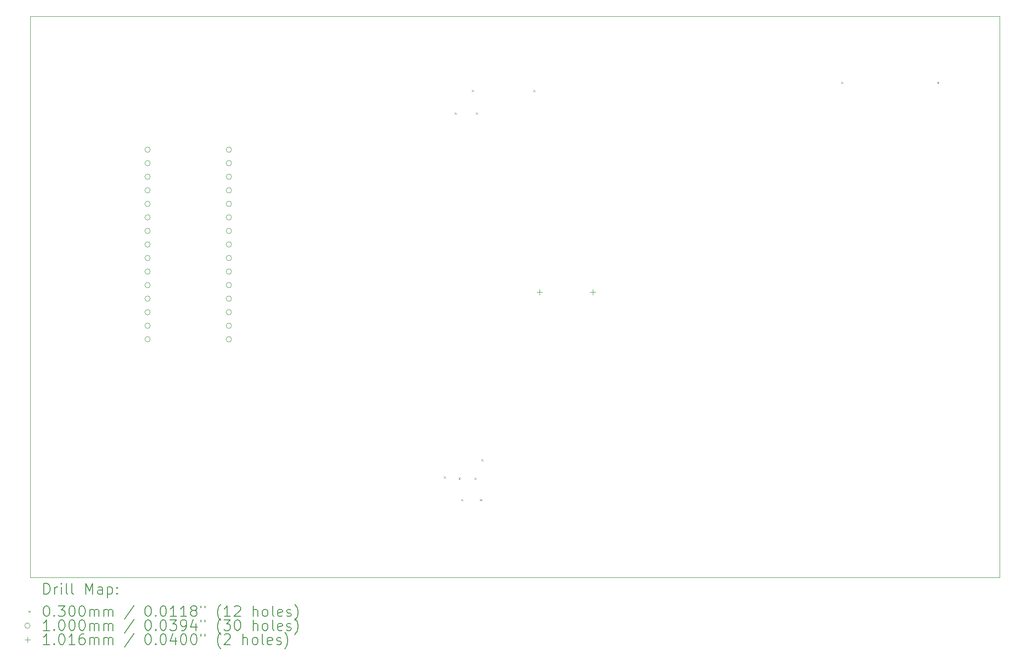
<source format=gbr>
%TF.GenerationSoftware,KiCad,Pcbnew,9.0.0*%
%TF.CreationDate,2025-04-05T21:22:51+05:30*%
%TF.ProjectId,Power Monitor System,506f7765-7220-44d6-9f6e-69746f722053,rev?*%
%TF.SameCoordinates,Original*%
%TF.FileFunction,Drillmap*%
%TF.FilePolarity,Positive*%
%FSLAX45Y45*%
G04 Gerber Fmt 4.5, Leading zero omitted, Abs format (unit mm)*
G04 Created by KiCad (PCBNEW 9.0.0) date 2025-04-05 21:22:51*
%MOMM*%
%LPD*%
G01*
G04 APERTURE LIST*
%ADD10C,0.050000*%
%ADD11C,0.200000*%
%ADD12C,0.100000*%
%ADD13C,0.101600*%
G04 APERTURE END LIST*
D10*
X5925000Y-4250000D02*
X24100000Y-4250000D01*
X24100000Y-14775000D01*
X5925000Y-14775000D01*
X5925000Y-4250000D01*
D11*
D12*
X13685000Y-12885000D02*
X13715000Y-12915000D01*
X13715000Y-12885000D02*
X13685000Y-12915000D01*
X13885000Y-6060000D02*
X13915000Y-6090000D01*
X13915000Y-6060000D02*
X13885000Y-6090000D01*
X13960000Y-12910000D02*
X13990000Y-12940000D01*
X13990000Y-12910000D02*
X13960000Y-12940000D01*
X14010000Y-13310000D02*
X14040000Y-13340000D01*
X14040000Y-13310000D02*
X14010000Y-13340000D01*
X14210000Y-5635000D02*
X14240000Y-5665000D01*
X14240000Y-5635000D02*
X14210000Y-5665000D01*
X14260000Y-12910000D02*
X14290000Y-12940000D01*
X14290000Y-12910000D02*
X14260000Y-12940000D01*
X14285000Y-6060000D02*
X14315000Y-6090000D01*
X14315000Y-6060000D02*
X14285000Y-6090000D01*
X14360000Y-13310000D02*
X14390000Y-13340000D01*
X14390000Y-13310000D02*
X14360000Y-13340000D01*
X14385000Y-12560000D02*
X14415000Y-12590000D01*
X14415000Y-12560000D02*
X14385000Y-12590000D01*
X15360000Y-5635000D02*
X15390000Y-5665000D01*
X15390000Y-5635000D02*
X15360000Y-5665000D01*
X21135000Y-5485000D02*
X21165000Y-5515000D01*
X21165000Y-5485000D02*
X21135000Y-5515000D01*
X22935000Y-5485000D02*
X22965000Y-5515000D01*
X22965000Y-5485000D02*
X22935000Y-5515000D01*
X8176000Y-6755000D02*
G75*
G02*
X8076000Y-6755000I-50000J0D01*
G01*
X8076000Y-6755000D02*
G75*
G02*
X8176000Y-6755000I50000J0D01*
G01*
X8176000Y-7009000D02*
G75*
G02*
X8076000Y-7009000I-50000J0D01*
G01*
X8076000Y-7009000D02*
G75*
G02*
X8176000Y-7009000I50000J0D01*
G01*
X8176000Y-7263000D02*
G75*
G02*
X8076000Y-7263000I-50000J0D01*
G01*
X8076000Y-7263000D02*
G75*
G02*
X8176000Y-7263000I50000J0D01*
G01*
X8176000Y-7517000D02*
G75*
G02*
X8076000Y-7517000I-50000J0D01*
G01*
X8076000Y-7517000D02*
G75*
G02*
X8176000Y-7517000I50000J0D01*
G01*
X8176000Y-7771000D02*
G75*
G02*
X8076000Y-7771000I-50000J0D01*
G01*
X8076000Y-7771000D02*
G75*
G02*
X8176000Y-7771000I50000J0D01*
G01*
X8176000Y-8025000D02*
G75*
G02*
X8076000Y-8025000I-50000J0D01*
G01*
X8076000Y-8025000D02*
G75*
G02*
X8176000Y-8025000I50000J0D01*
G01*
X8176000Y-8279000D02*
G75*
G02*
X8076000Y-8279000I-50000J0D01*
G01*
X8076000Y-8279000D02*
G75*
G02*
X8176000Y-8279000I50000J0D01*
G01*
X8176000Y-8533000D02*
G75*
G02*
X8076000Y-8533000I-50000J0D01*
G01*
X8076000Y-8533000D02*
G75*
G02*
X8176000Y-8533000I50000J0D01*
G01*
X8176000Y-8787000D02*
G75*
G02*
X8076000Y-8787000I-50000J0D01*
G01*
X8076000Y-8787000D02*
G75*
G02*
X8176000Y-8787000I50000J0D01*
G01*
X8176000Y-9041000D02*
G75*
G02*
X8076000Y-9041000I-50000J0D01*
G01*
X8076000Y-9041000D02*
G75*
G02*
X8176000Y-9041000I50000J0D01*
G01*
X8176000Y-9295000D02*
G75*
G02*
X8076000Y-9295000I-50000J0D01*
G01*
X8076000Y-9295000D02*
G75*
G02*
X8176000Y-9295000I50000J0D01*
G01*
X8176000Y-9549000D02*
G75*
G02*
X8076000Y-9549000I-50000J0D01*
G01*
X8076000Y-9549000D02*
G75*
G02*
X8176000Y-9549000I50000J0D01*
G01*
X8176000Y-9803000D02*
G75*
G02*
X8076000Y-9803000I-50000J0D01*
G01*
X8076000Y-9803000D02*
G75*
G02*
X8176000Y-9803000I50000J0D01*
G01*
X8176000Y-10057000D02*
G75*
G02*
X8076000Y-10057000I-50000J0D01*
G01*
X8076000Y-10057000D02*
G75*
G02*
X8176000Y-10057000I50000J0D01*
G01*
X8176000Y-10311000D02*
G75*
G02*
X8076000Y-10311000I-50000J0D01*
G01*
X8076000Y-10311000D02*
G75*
G02*
X8176000Y-10311000I50000J0D01*
G01*
X9700000Y-6755000D02*
G75*
G02*
X9600000Y-6755000I-50000J0D01*
G01*
X9600000Y-6755000D02*
G75*
G02*
X9700000Y-6755000I50000J0D01*
G01*
X9700000Y-7009000D02*
G75*
G02*
X9600000Y-7009000I-50000J0D01*
G01*
X9600000Y-7009000D02*
G75*
G02*
X9700000Y-7009000I50000J0D01*
G01*
X9700000Y-7263000D02*
G75*
G02*
X9600000Y-7263000I-50000J0D01*
G01*
X9600000Y-7263000D02*
G75*
G02*
X9700000Y-7263000I50000J0D01*
G01*
X9700000Y-7517000D02*
G75*
G02*
X9600000Y-7517000I-50000J0D01*
G01*
X9600000Y-7517000D02*
G75*
G02*
X9700000Y-7517000I50000J0D01*
G01*
X9700000Y-7771000D02*
G75*
G02*
X9600000Y-7771000I-50000J0D01*
G01*
X9600000Y-7771000D02*
G75*
G02*
X9700000Y-7771000I50000J0D01*
G01*
X9700000Y-8025000D02*
G75*
G02*
X9600000Y-8025000I-50000J0D01*
G01*
X9600000Y-8025000D02*
G75*
G02*
X9700000Y-8025000I50000J0D01*
G01*
X9700000Y-8279000D02*
G75*
G02*
X9600000Y-8279000I-50000J0D01*
G01*
X9600000Y-8279000D02*
G75*
G02*
X9700000Y-8279000I50000J0D01*
G01*
X9700000Y-8533000D02*
G75*
G02*
X9600000Y-8533000I-50000J0D01*
G01*
X9600000Y-8533000D02*
G75*
G02*
X9700000Y-8533000I50000J0D01*
G01*
X9700000Y-8787000D02*
G75*
G02*
X9600000Y-8787000I-50000J0D01*
G01*
X9600000Y-8787000D02*
G75*
G02*
X9700000Y-8787000I50000J0D01*
G01*
X9700000Y-9041000D02*
G75*
G02*
X9600000Y-9041000I-50000J0D01*
G01*
X9600000Y-9041000D02*
G75*
G02*
X9700000Y-9041000I50000J0D01*
G01*
X9700000Y-9295000D02*
G75*
G02*
X9600000Y-9295000I-50000J0D01*
G01*
X9600000Y-9295000D02*
G75*
G02*
X9700000Y-9295000I50000J0D01*
G01*
X9700000Y-9549000D02*
G75*
G02*
X9600000Y-9549000I-50000J0D01*
G01*
X9600000Y-9549000D02*
G75*
G02*
X9700000Y-9549000I50000J0D01*
G01*
X9700000Y-9803000D02*
G75*
G02*
X9600000Y-9803000I-50000J0D01*
G01*
X9600000Y-9803000D02*
G75*
G02*
X9700000Y-9803000I50000J0D01*
G01*
X9700000Y-10057000D02*
G75*
G02*
X9600000Y-10057000I-50000J0D01*
G01*
X9600000Y-10057000D02*
G75*
G02*
X9700000Y-10057000I50000J0D01*
G01*
X9700000Y-10311000D02*
G75*
G02*
X9600000Y-10311000I-50000J0D01*
G01*
X9600000Y-10311000D02*
G75*
G02*
X9700000Y-10311000I50000J0D01*
G01*
D13*
X15476780Y-9374200D02*
X15476780Y-9475800D01*
X15425980Y-9425000D02*
X15527580Y-9425000D01*
X16475000Y-9374200D02*
X16475000Y-9475800D01*
X16424200Y-9425000D02*
X16525800Y-9425000D01*
D11*
X6183277Y-15088984D02*
X6183277Y-14888984D01*
X6183277Y-14888984D02*
X6230896Y-14888984D01*
X6230896Y-14888984D02*
X6259467Y-14898508D01*
X6259467Y-14898508D02*
X6278515Y-14917555D01*
X6278515Y-14917555D02*
X6288039Y-14936603D01*
X6288039Y-14936603D02*
X6297562Y-14974698D01*
X6297562Y-14974698D02*
X6297562Y-15003269D01*
X6297562Y-15003269D02*
X6288039Y-15041365D01*
X6288039Y-15041365D02*
X6278515Y-15060412D01*
X6278515Y-15060412D02*
X6259467Y-15079460D01*
X6259467Y-15079460D02*
X6230896Y-15088984D01*
X6230896Y-15088984D02*
X6183277Y-15088984D01*
X6383277Y-15088984D02*
X6383277Y-14955650D01*
X6383277Y-14993746D02*
X6392801Y-14974698D01*
X6392801Y-14974698D02*
X6402324Y-14965174D01*
X6402324Y-14965174D02*
X6421372Y-14955650D01*
X6421372Y-14955650D02*
X6440420Y-14955650D01*
X6507086Y-15088984D02*
X6507086Y-14955650D01*
X6507086Y-14888984D02*
X6497562Y-14898508D01*
X6497562Y-14898508D02*
X6507086Y-14908031D01*
X6507086Y-14908031D02*
X6516610Y-14898508D01*
X6516610Y-14898508D02*
X6507086Y-14888984D01*
X6507086Y-14888984D02*
X6507086Y-14908031D01*
X6630896Y-15088984D02*
X6611848Y-15079460D01*
X6611848Y-15079460D02*
X6602324Y-15060412D01*
X6602324Y-15060412D02*
X6602324Y-14888984D01*
X6735658Y-15088984D02*
X6716610Y-15079460D01*
X6716610Y-15079460D02*
X6707086Y-15060412D01*
X6707086Y-15060412D02*
X6707086Y-14888984D01*
X6964229Y-15088984D02*
X6964229Y-14888984D01*
X6964229Y-14888984D02*
X7030896Y-15031841D01*
X7030896Y-15031841D02*
X7097562Y-14888984D01*
X7097562Y-14888984D02*
X7097562Y-15088984D01*
X7278515Y-15088984D02*
X7278515Y-14984222D01*
X7278515Y-14984222D02*
X7268991Y-14965174D01*
X7268991Y-14965174D02*
X7249943Y-14955650D01*
X7249943Y-14955650D02*
X7211848Y-14955650D01*
X7211848Y-14955650D02*
X7192801Y-14965174D01*
X7278515Y-15079460D02*
X7259467Y-15088984D01*
X7259467Y-15088984D02*
X7211848Y-15088984D01*
X7211848Y-15088984D02*
X7192801Y-15079460D01*
X7192801Y-15079460D02*
X7183277Y-15060412D01*
X7183277Y-15060412D02*
X7183277Y-15041365D01*
X7183277Y-15041365D02*
X7192801Y-15022317D01*
X7192801Y-15022317D02*
X7211848Y-15012793D01*
X7211848Y-15012793D02*
X7259467Y-15012793D01*
X7259467Y-15012793D02*
X7278515Y-15003269D01*
X7373753Y-14955650D02*
X7373753Y-15155650D01*
X7373753Y-14965174D02*
X7392801Y-14955650D01*
X7392801Y-14955650D02*
X7430896Y-14955650D01*
X7430896Y-14955650D02*
X7449943Y-14965174D01*
X7449943Y-14965174D02*
X7459467Y-14974698D01*
X7459467Y-14974698D02*
X7468991Y-14993746D01*
X7468991Y-14993746D02*
X7468991Y-15050888D01*
X7468991Y-15050888D02*
X7459467Y-15069936D01*
X7459467Y-15069936D02*
X7449943Y-15079460D01*
X7449943Y-15079460D02*
X7430896Y-15088984D01*
X7430896Y-15088984D02*
X7392801Y-15088984D01*
X7392801Y-15088984D02*
X7373753Y-15079460D01*
X7554705Y-15069936D02*
X7564229Y-15079460D01*
X7564229Y-15079460D02*
X7554705Y-15088984D01*
X7554705Y-15088984D02*
X7545182Y-15079460D01*
X7545182Y-15079460D02*
X7554705Y-15069936D01*
X7554705Y-15069936D02*
X7554705Y-15088984D01*
X7554705Y-14965174D02*
X7564229Y-14974698D01*
X7564229Y-14974698D02*
X7554705Y-14984222D01*
X7554705Y-14984222D02*
X7545182Y-14974698D01*
X7545182Y-14974698D02*
X7554705Y-14965174D01*
X7554705Y-14965174D02*
X7554705Y-14984222D01*
D12*
X5892500Y-15402500D02*
X5922500Y-15432500D01*
X5922500Y-15402500D02*
X5892500Y-15432500D01*
D11*
X6221372Y-15308984D02*
X6240420Y-15308984D01*
X6240420Y-15308984D02*
X6259467Y-15318508D01*
X6259467Y-15318508D02*
X6268991Y-15328031D01*
X6268991Y-15328031D02*
X6278515Y-15347079D01*
X6278515Y-15347079D02*
X6288039Y-15385174D01*
X6288039Y-15385174D02*
X6288039Y-15432793D01*
X6288039Y-15432793D02*
X6278515Y-15470888D01*
X6278515Y-15470888D02*
X6268991Y-15489936D01*
X6268991Y-15489936D02*
X6259467Y-15499460D01*
X6259467Y-15499460D02*
X6240420Y-15508984D01*
X6240420Y-15508984D02*
X6221372Y-15508984D01*
X6221372Y-15508984D02*
X6202324Y-15499460D01*
X6202324Y-15499460D02*
X6192801Y-15489936D01*
X6192801Y-15489936D02*
X6183277Y-15470888D01*
X6183277Y-15470888D02*
X6173753Y-15432793D01*
X6173753Y-15432793D02*
X6173753Y-15385174D01*
X6173753Y-15385174D02*
X6183277Y-15347079D01*
X6183277Y-15347079D02*
X6192801Y-15328031D01*
X6192801Y-15328031D02*
X6202324Y-15318508D01*
X6202324Y-15318508D02*
X6221372Y-15308984D01*
X6373753Y-15489936D02*
X6383277Y-15499460D01*
X6383277Y-15499460D02*
X6373753Y-15508984D01*
X6373753Y-15508984D02*
X6364229Y-15499460D01*
X6364229Y-15499460D02*
X6373753Y-15489936D01*
X6373753Y-15489936D02*
X6373753Y-15508984D01*
X6449943Y-15308984D02*
X6573753Y-15308984D01*
X6573753Y-15308984D02*
X6507086Y-15385174D01*
X6507086Y-15385174D02*
X6535658Y-15385174D01*
X6535658Y-15385174D02*
X6554705Y-15394698D01*
X6554705Y-15394698D02*
X6564229Y-15404222D01*
X6564229Y-15404222D02*
X6573753Y-15423269D01*
X6573753Y-15423269D02*
X6573753Y-15470888D01*
X6573753Y-15470888D02*
X6564229Y-15489936D01*
X6564229Y-15489936D02*
X6554705Y-15499460D01*
X6554705Y-15499460D02*
X6535658Y-15508984D01*
X6535658Y-15508984D02*
X6478515Y-15508984D01*
X6478515Y-15508984D02*
X6459467Y-15499460D01*
X6459467Y-15499460D02*
X6449943Y-15489936D01*
X6697562Y-15308984D02*
X6716610Y-15308984D01*
X6716610Y-15308984D02*
X6735658Y-15318508D01*
X6735658Y-15318508D02*
X6745182Y-15328031D01*
X6745182Y-15328031D02*
X6754705Y-15347079D01*
X6754705Y-15347079D02*
X6764229Y-15385174D01*
X6764229Y-15385174D02*
X6764229Y-15432793D01*
X6764229Y-15432793D02*
X6754705Y-15470888D01*
X6754705Y-15470888D02*
X6745182Y-15489936D01*
X6745182Y-15489936D02*
X6735658Y-15499460D01*
X6735658Y-15499460D02*
X6716610Y-15508984D01*
X6716610Y-15508984D02*
X6697562Y-15508984D01*
X6697562Y-15508984D02*
X6678515Y-15499460D01*
X6678515Y-15499460D02*
X6668991Y-15489936D01*
X6668991Y-15489936D02*
X6659467Y-15470888D01*
X6659467Y-15470888D02*
X6649943Y-15432793D01*
X6649943Y-15432793D02*
X6649943Y-15385174D01*
X6649943Y-15385174D02*
X6659467Y-15347079D01*
X6659467Y-15347079D02*
X6668991Y-15328031D01*
X6668991Y-15328031D02*
X6678515Y-15318508D01*
X6678515Y-15318508D02*
X6697562Y-15308984D01*
X6888039Y-15308984D02*
X6907086Y-15308984D01*
X6907086Y-15308984D02*
X6926134Y-15318508D01*
X6926134Y-15318508D02*
X6935658Y-15328031D01*
X6935658Y-15328031D02*
X6945182Y-15347079D01*
X6945182Y-15347079D02*
X6954705Y-15385174D01*
X6954705Y-15385174D02*
X6954705Y-15432793D01*
X6954705Y-15432793D02*
X6945182Y-15470888D01*
X6945182Y-15470888D02*
X6935658Y-15489936D01*
X6935658Y-15489936D02*
X6926134Y-15499460D01*
X6926134Y-15499460D02*
X6907086Y-15508984D01*
X6907086Y-15508984D02*
X6888039Y-15508984D01*
X6888039Y-15508984D02*
X6868991Y-15499460D01*
X6868991Y-15499460D02*
X6859467Y-15489936D01*
X6859467Y-15489936D02*
X6849943Y-15470888D01*
X6849943Y-15470888D02*
X6840420Y-15432793D01*
X6840420Y-15432793D02*
X6840420Y-15385174D01*
X6840420Y-15385174D02*
X6849943Y-15347079D01*
X6849943Y-15347079D02*
X6859467Y-15328031D01*
X6859467Y-15328031D02*
X6868991Y-15318508D01*
X6868991Y-15318508D02*
X6888039Y-15308984D01*
X7040420Y-15508984D02*
X7040420Y-15375650D01*
X7040420Y-15394698D02*
X7049943Y-15385174D01*
X7049943Y-15385174D02*
X7068991Y-15375650D01*
X7068991Y-15375650D02*
X7097563Y-15375650D01*
X7097563Y-15375650D02*
X7116610Y-15385174D01*
X7116610Y-15385174D02*
X7126134Y-15404222D01*
X7126134Y-15404222D02*
X7126134Y-15508984D01*
X7126134Y-15404222D02*
X7135658Y-15385174D01*
X7135658Y-15385174D02*
X7154705Y-15375650D01*
X7154705Y-15375650D02*
X7183277Y-15375650D01*
X7183277Y-15375650D02*
X7202324Y-15385174D01*
X7202324Y-15385174D02*
X7211848Y-15404222D01*
X7211848Y-15404222D02*
X7211848Y-15508984D01*
X7307086Y-15508984D02*
X7307086Y-15375650D01*
X7307086Y-15394698D02*
X7316610Y-15385174D01*
X7316610Y-15385174D02*
X7335658Y-15375650D01*
X7335658Y-15375650D02*
X7364229Y-15375650D01*
X7364229Y-15375650D02*
X7383277Y-15385174D01*
X7383277Y-15385174D02*
X7392801Y-15404222D01*
X7392801Y-15404222D02*
X7392801Y-15508984D01*
X7392801Y-15404222D02*
X7402324Y-15385174D01*
X7402324Y-15385174D02*
X7421372Y-15375650D01*
X7421372Y-15375650D02*
X7449943Y-15375650D01*
X7449943Y-15375650D02*
X7468991Y-15385174D01*
X7468991Y-15385174D02*
X7478515Y-15404222D01*
X7478515Y-15404222D02*
X7478515Y-15508984D01*
X7868991Y-15299460D02*
X7697563Y-15556603D01*
X8126134Y-15308984D02*
X8145182Y-15308984D01*
X8145182Y-15308984D02*
X8164229Y-15318508D01*
X8164229Y-15318508D02*
X8173753Y-15328031D01*
X8173753Y-15328031D02*
X8183277Y-15347079D01*
X8183277Y-15347079D02*
X8192801Y-15385174D01*
X8192801Y-15385174D02*
X8192801Y-15432793D01*
X8192801Y-15432793D02*
X8183277Y-15470888D01*
X8183277Y-15470888D02*
X8173753Y-15489936D01*
X8173753Y-15489936D02*
X8164229Y-15499460D01*
X8164229Y-15499460D02*
X8145182Y-15508984D01*
X8145182Y-15508984D02*
X8126134Y-15508984D01*
X8126134Y-15508984D02*
X8107086Y-15499460D01*
X8107086Y-15499460D02*
X8097563Y-15489936D01*
X8097563Y-15489936D02*
X8088039Y-15470888D01*
X8088039Y-15470888D02*
X8078515Y-15432793D01*
X8078515Y-15432793D02*
X8078515Y-15385174D01*
X8078515Y-15385174D02*
X8088039Y-15347079D01*
X8088039Y-15347079D02*
X8097563Y-15328031D01*
X8097563Y-15328031D02*
X8107086Y-15318508D01*
X8107086Y-15318508D02*
X8126134Y-15308984D01*
X8278515Y-15489936D02*
X8288039Y-15499460D01*
X8288039Y-15499460D02*
X8278515Y-15508984D01*
X8278515Y-15508984D02*
X8268991Y-15499460D01*
X8268991Y-15499460D02*
X8278515Y-15489936D01*
X8278515Y-15489936D02*
X8278515Y-15508984D01*
X8411848Y-15308984D02*
X8430896Y-15308984D01*
X8430896Y-15308984D02*
X8449944Y-15318508D01*
X8449944Y-15318508D02*
X8459468Y-15328031D01*
X8459468Y-15328031D02*
X8468991Y-15347079D01*
X8468991Y-15347079D02*
X8478515Y-15385174D01*
X8478515Y-15385174D02*
X8478515Y-15432793D01*
X8478515Y-15432793D02*
X8468991Y-15470888D01*
X8468991Y-15470888D02*
X8459468Y-15489936D01*
X8459468Y-15489936D02*
X8449944Y-15499460D01*
X8449944Y-15499460D02*
X8430896Y-15508984D01*
X8430896Y-15508984D02*
X8411848Y-15508984D01*
X8411848Y-15508984D02*
X8392801Y-15499460D01*
X8392801Y-15499460D02*
X8383277Y-15489936D01*
X8383277Y-15489936D02*
X8373753Y-15470888D01*
X8373753Y-15470888D02*
X8364229Y-15432793D01*
X8364229Y-15432793D02*
X8364229Y-15385174D01*
X8364229Y-15385174D02*
X8373753Y-15347079D01*
X8373753Y-15347079D02*
X8383277Y-15328031D01*
X8383277Y-15328031D02*
X8392801Y-15318508D01*
X8392801Y-15318508D02*
X8411848Y-15308984D01*
X8668991Y-15508984D02*
X8554706Y-15508984D01*
X8611848Y-15508984D02*
X8611848Y-15308984D01*
X8611848Y-15308984D02*
X8592801Y-15337555D01*
X8592801Y-15337555D02*
X8573753Y-15356603D01*
X8573753Y-15356603D02*
X8554706Y-15366127D01*
X8859468Y-15508984D02*
X8745182Y-15508984D01*
X8802325Y-15508984D02*
X8802325Y-15308984D01*
X8802325Y-15308984D02*
X8783277Y-15337555D01*
X8783277Y-15337555D02*
X8764229Y-15356603D01*
X8764229Y-15356603D02*
X8745182Y-15366127D01*
X8973753Y-15394698D02*
X8954706Y-15385174D01*
X8954706Y-15385174D02*
X8945182Y-15375650D01*
X8945182Y-15375650D02*
X8935658Y-15356603D01*
X8935658Y-15356603D02*
X8935658Y-15347079D01*
X8935658Y-15347079D02*
X8945182Y-15328031D01*
X8945182Y-15328031D02*
X8954706Y-15318508D01*
X8954706Y-15318508D02*
X8973753Y-15308984D01*
X8973753Y-15308984D02*
X9011849Y-15308984D01*
X9011849Y-15308984D02*
X9030896Y-15318508D01*
X9030896Y-15318508D02*
X9040420Y-15328031D01*
X9040420Y-15328031D02*
X9049944Y-15347079D01*
X9049944Y-15347079D02*
X9049944Y-15356603D01*
X9049944Y-15356603D02*
X9040420Y-15375650D01*
X9040420Y-15375650D02*
X9030896Y-15385174D01*
X9030896Y-15385174D02*
X9011849Y-15394698D01*
X9011849Y-15394698D02*
X8973753Y-15394698D01*
X8973753Y-15394698D02*
X8954706Y-15404222D01*
X8954706Y-15404222D02*
X8945182Y-15413746D01*
X8945182Y-15413746D02*
X8935658Y-15432793D01*
X8935658Y-15432793D02*
X8935658Y-15470888D01*
X8935658Y-15470888D02*
X8945182Y-15489936D01*
X8945182Y-15489936D02*
X8954706Y-15499460D01*
X8954706Y-15499460D02*
X8973753Y-15508984D01*
X8973753Y-15508984D02*
X9011849Y-15508984D01*
X9011849Y-15508984D02*
X9030896Y-15499460D01*
X9030896Y-15499460D02*
X9040420Y-15489936D01*
X9040420Y-15489936D02*
X9049944Y-15470888D01*
X9049944Y-15470888D02*
X9049944Y-15432793D01*
X9049944Y-15432793D02*
X9040420Y-15413746D01*
X9040420Y-15413746D02*
X9030896Y-15404222D01*
X9030896Y-15404222D02*
X9011849Y-15394698D01*
X9126134Y-15308984D02*
X9126134Y-15347079D01*
X9202325Y-15308984D02*
X9202325Y-15347079D01*
X9497563Y-15585174D02*
X9488039Y-15575650D01*
X9488039Y-15575650D02*
X9468991Y-15547079D01*
X9468991Y-15547079D02*
X9459468Y-15528031D01*
X9459468Y-15528031D02*
X9449944Y-15499460D01*
X9449944Y-15499460D02*
X9440420Y-15451841D01*
X9440420Y-15451841D02*
X9440420Y-15413746D01*
X9440420Y-15413746D02*
X9449944Y-15366127D01*
X9449944Y-15366127D02*
X9459468Y-15337555D01*
X9459468Y-15337555D02*
X9468991Y-15318508D01*
X9468991Y-15318508D02*
X9488039Y-15289936D01*
X9488039Y-15289936D02*
X9497563Y-15280412D01*
X9678515Y-15508984D02*
X9564230Y-15508984D01*
X9621372Y-15508984D02*
X9621372Y-15308984D01*
X9621372Y-15308984D02*
X9602325Y-15337555D01*
X9602325Y-15337555D02*
X9583277Y-15356603D01*
X9583277Y-15356603D02*
X9564230Y-15366127D01*
X9754706Y-15328031D02*
X9764230Y-15318508D01*
X9764230Y-15318508D02*
X9783277Y-15308984D01*
X9783277Y-15308984D02*
X9830896Y-15308984D01*
X9830896Y-15308984D02*
X9849944Y-15318508D01*
X9849944Y-15318508D02*
X9859468Y-15328031D01*
X9859468Y-15328031D02*
X9868991Y-15347079D01*
X9868991Y-15347079D02*
X9868991Y-15366127D01*
X9868991Y-15366127D02*
X9859468Y-15394698D01*
X9859468Y-15394698D02*
X9745182Y-15508984D01*
X9745182Y-15508984D02*
X9868991Y-15508984D01*
X10107087Y-15508984D02*
X10107087Y-15308984D01*
X10192801Y-15508984D02*
X10192801Y-15404222D01*
X10192801Y-15404222D02*
X10183277Y-15385174D01*
X10183277Y-15385174D02*
X10164230Y-15375650D01*
X10164230Y-15375650D02*
X10135658Y-15375650D01*
X10135658Y-15375650D02*
X10116611Y-15385174D01*
X10116611Y-15385174D02*
X10107087Y-15394698D01*
X10316611Y-15508984D02*
X10297563Y-15499460D01*
X10297563Y-15499460D02*
X10288039Y-15489936D01*
X10288039Y-15489936D02*
X10278515Y-15470888D01*
X10278515Y-15470888D02*
X10278515Y-15413746D01*
X10278515Y-15413746D02*
X10288039Y-15394698D01*
X10288039Y-15394698D02*
X10297563Y-15385174D01*
X10297563Y-15385174D02*
X10316611Y-15375650D01*
X10316611Y-15375650D02*
X10345182Y-15375650D01*
X10345182Y-15375650D02*
X10364230Y-15385174D01*
X10364230Y-15385174D02*
X10373753Y-15394698D01*
X10373753Y-15394698D02*
X10383277Y-15413746D01*
X10383277Y-15413746D02*
X10383277Y-15470888D01*
X10383277Y-15470888D02*
X10373753Y-15489936D01*
X10373753Y-15489936D02*
X10364230Y-15499460D01*
X10364230Y-15499460D02*
X10345182Y-15508984D01*
X10345182Y-15508984D02*
X10316611Y-15508984D01*
X10497563Y-15508984D02*
X10478515Y-15499460D01*
X10478515Y-15499460D02*
X10468992Y-15480412D01*
X10468992Y-15480412D02*
X10468992Y-15308984D01*
X10649944Y-15499460D02*
X10630896Y-15508984D01*
X10630896Y-15508984D02*
X10592801Y-15508984D01*
X10592801Y-15508984D02*
X10573753Y-15499460D01*
X10573753Y-15499460D02*
X10564230Y-15480412D01*
X10564230Y-15480412D02*
X10564230Y-15404222D01*
X10564230Y-15404222D02*
X10573753Y-15385174D01*
X10573753Y-15385174D02*
X10592801Y-15375650D01*
X10592801Y-15375650D02*
X10630896Y-15375650D01*
X10630896Y-15375650D02*
X10649944Y-15385174D01*
X10649944Y-15385174D02*
X10659468Y-15404222D01*
X10659468Y-15404222D02*
X10659468Y-15423269D01*
X10659468Y-15423269D02*
X10564230Y-15442317D01*
X10735658Y-15499460D02*
X10754706Y-15508984D01*
X10754706Y-15508984D02*
X10792801Y-15508984D01*
X10792801Y-15508984D02*
X10811849Y-15499460D01*
X10811849Y-15499460D02*
X10821373Y-15480412D01*
X10821373Y-15480412D02*
X10821373Y-15470888D01*
X10821373Y-15470888D02*
X10811849Y-15451841D01*
X10811849Y-15451841D02*
X10792801Y-15442317D01*
X10792801Y-15442317D02*
X10764230Y-15442317D01*
X10764230Y-15442317D02*
X10745182Y-15432793D01*
X10745182Y-15432793D02*
X10735658Y-15413746D01*
X10735658Y-15413746D02*
X10735658Y-15404222D01*
X10735658Y-15404222D02*
X10745182Y-15385174D01*
X10745182Y-15385174D02*
X10764230Y-15375650D01*
X10764230Y-15375650D02*
X10792801Y-15375650D01*
X10792801Y-15375650D02*
X10811849Y-15385174D01*
X10888039Y-15585174D02*
X10897563Y-15575650D01*
X10897563Y-15575650D02*
X10916611Y-15547079D01*
X10916611Y-15547079D02*
X10926134Y-15528031D01*
X10926134Y-15528031D02*
X10935658Y-15499460D01*
X10935658Y-15499460D02*
X10945182Y-15451841D01*
X10945182Y-15451841D02*
X10945182Y-15413746D01*
X10945182Y-15413746D02*
X10935658Y-15366127D01*
X10935658Y-15366127D02*
X10926134Y-15337555D01*
X10926134Y-15337555D02*
X10916611Y-15318508D01*
X10916611Y-15318508D02*
X10897563Y-15289936D01*
X10897563Y-15289936D02*
X10888039Y-15280412D01*
D12*
X5922500Y-15681500D02*
G75*
G02*
X5822500Y-15681500I-50000J0D01*
G01*
X5822500Y-15681500D02*
G75*
G02*
X5922500Y-15681500I50000J0D01*
G01*
D11*
X6288039Y-15772984D02*
X6173753Y-15772984D01*
X6230896Y-15772984D02*
X6230896Y-15572984D01*
X6230896Y-15572984D02*
X6211848Y-15601555D01*
X6211848Y-15601555D02*
X6192801Y-15620603D01*
X6192801Y-15620603D02*
X6173753Y-15630127D01*
X6373753Y-15753936D02*
X6383277Y-15763460D01*
X6383277Y-15763460D02*
X6373753Y-15772984D01*
X6373753Y-15772984D02*
X6364229Y-15763460D01*
X6364229Y-15763460D02*
X6373753Y-15753936D01*
X6373753Y-15753936D02*
X6373753Y-15772984D01*
X6507086Y-15572984D02*
X6526134Y-15572984D01*
X6526134Y-15572984D02*
X6545182Y-15582508D01*
X6545182Y-15582508D02*
X6554705Y-15592031D01*
X6554705Y-15592031D02*
X6564229Y-15611079D01*
X6564229Y-15611079D02*
X6573753Y-15649174D01*
X6573753Y-15649174D02*
X6573753Y-15696793D01*
X6573753Y-15696793D02*
X6564229Y-15734888D01*
X6564229Y-15734888D02*
X6554705Y-15753936D01*
X6554705Y-15753936D02*
X6545182Y-15763460D01*
X6545182Y-15763460D02*
X6526134Y-15772984D01*
X6526134Y-15772984D02*
X6507086Y-15772984D01*
X6507086Y-15772984D02*
X6488039Y-15763460D01*
X6488039Y-15763460D02*
X6478515Y-15753936D01*
X6478515Y-15753936D02*
X6468991Y-15734888D01*
X6468991Y-15734888D02*
X6459467Y-15696793D01*
X6459467Y-15696793D02*
X6459467Y-15649174D01*
X6459467Y-15649174D02*
X6468991Y-15611079D01*
X6468991Y-15611079D02*
X6478515Y-15592031D01*
X6478515Y-15592031D02*
X6488039Y-15582508D01*
X6488039Y-15582508D02*
X6507086Y-15572984D01*
X6697562Y-15572984D02*
X6716610Y-15572984D01*
X6716610Y-15572984D02*
X6735658Y-15582508D01*
X6735658Y-15582508D02*
X6745182Y-15592031D01*
X6745182Y-15592031D02*
X6754705Y-15611079D01*
X6754705Y-15611079D02*
X6764229Y-15649174D01*
X6764229Y-15649174D02*
X6764229Y-15696793D01*
X6764229Y-15696793D02*
X6754705Y-15734888D01*
X6754705Y-15734888D02*
X6745182Y-15753936D01*
X6745182Y-15753936D02*
X6735658Y-15763460D01*
X6735658Y-15763460D02*
X6716610Y-15772984D01*
X6716610Y-15772984D02*
X6697562Y-15772984D01*
X6697562Y-15772984D02*
X6678515Y-15763460D01*
X6678515Y-15763460D02*
X6668991Y-15753936D01*
X6668991Y-15753936D02*
X6659467Y-15734888D01*
X6659467Y-15734888D02*
X6649943Y-15696793D01*
X6649943Y-15696793D02*
X6649943Y-15649174D01*
X6649943Y-15649174D02*
X6659467Y-15611079D01*
X6659467Y-15611079D02*
X6668991Y-15592031D01*
X6668991Y-15592031D02*
X6678515Y-15582508D01*
X6678515Y-15582508D02*
X6697562Y-15572984D01*
X6888039Y-15572984D02*
X6907086Y-15572984D01*
X6907086Y-15572984D02*
X6926134Y-15582508D01*
X6926134Y-15582508D02*
X6935658Y-15592031D01*
X6935658Y-15592031D02*
X6945182Y-15611079D01*
X6945182Y-15611079D02*
X6954705Y-15649174D01*
X6954705Y-15649174D02*
X6954705Y-15696793D01*
X6954705Y-15696793D02*
X6945182Y-15734888D01*
X6945182Y-15734888D02*
X6935658Y-15753936D01*
X6935658Y-15753936D02*
X6926134Y-15763460D01*
X6926134Y-15763460D02*
X6907086Y-15772984D01*
X6907086Y-15772984D02*
X6888039Y-15772984D01*
X6888039Y-15772984D02*
X6868991Y-15763460D01*
X6868991Y-15763460D02*
X6859467Y-15753936D01*
X6859467Y-15753936D02*
X6849943Y-15734888D01*
X6849943Y-15734888D02*
X6840420Y-15696793D01*
X6840420Y-15696793D02*
X6840420Y-15649174D01*
X6840420Y-15649174D02*
X6849943Y-15611079D01*
X6849943Y-15611079D02*
X6859467Y-15592031D01*
X6859467Y-15592031D02*
X6868991Y-15582508D01*
X6868991Y-15582508D02*
X6888039Y-15572984D01*
X7040420Y-15772984D02*
X7040420Y-15639650D01*
X7040420Y-15658698D02*
X7049943Y-15649174D01*
X7049943Y-15649174D02*
X7068991Y-15639650D01*
X7068991Y-15639650D02*
X7097563Y-15639650D01*
X7097563Y-15639650D02*
X7116610Y-15649174D01*
X7116610Y-15649174D02*
X7126134Y-15668222D01*
X7126134Y-15668222D02*
X7126134Y-15772984D01*
X7126134Y-15668222D02*
X7135658Y-15649174D01*
X7135658Y-15649174D02*
X7154705Y-15639650D01*
X7154705Y-15639650D02*
X7183277Y-15639650D01*
X7183277Y-15639650D02*
X7202324Y-15649174D01*
X7202324Y-15649174D02*
X7211848Y-15668222D01*
X7211848Y-15668222D02*
X7211848Y-15772984D01*
X7307086Y-15772984D02*
X7307086Y-15639650D01*
X7307086Y-15658698D02*
X7316610Y-15649174D01*
X7316610Y-15649174D02*
X7335658Y-15639650D01*
X7335658Y-15639650D02*
X7364229Y-15639650D01*
X7364229Y-15639650D02*
X7383277Y-15649174D01*
X7383277Y-15649174D02*
X7392801Y-15668222D01*
X7392801Y-15668222D02*
X7392801Y-15772984D01*
X7392801Y-15668222D02*
X7402324Y-15649174D01*
X7402324Y-15649174D02*
X7421372Y-15639650D01*
X7421372Y-15639650D02*
X7449943Y-15639650D01*
X7449943Y-15639650D02*
X7468991Y-15649174D01*
X7468991Y-15649174D02*
X7478515Y-15668222D01*
X7478515Y-15668222D02*
X7478515Y-15772984D01*
X7868991Y-15563460D02*
X7697563Y-15820603D01*
X8126134Y-15572984D02*
X8145182Y-15572984D01*
X8145182Y-15572984D02*
X8164229Y-15582508D01*
X8164229Y-15582508D02*
X8173753Y-15592031D01*
X8173753Y-15592031D02*
X8183277Y-15611079D01*
X8183277Y-15611079D02*
X8192801Y-15649174D01*
X8192801Y-15649174D02*
X8192801Y-15696793D01*
X8192801Y-15696793D02*
X8183277Y-15734888D01*
X8183277Y-15734888D02*
X8173753Y-15753936D01*
X8173753Y-15753936D02*
X8164229Y-15763460D01*
X8164229Y-15763460D02*
X8145182Y-15772984D01*
X8145182Y-15772984D02*
X8126134Y-15772984D01*
X8126134Y-15772984D02*
X8107086Y-15763460D01*
X8107086Y-15763460D02*
X8097563Y-15753936D01*
X8097563Y-15753936D02*
X8088039Y-15734888D01*
X8088039Y-15734888D02*
X8078515Y-15696793D01*
X8078515Y-15696793D02*
X8078515Y-15649174D01*
X8078515Y-15649174D02*
X8088039Y-15611079D01*
X8088039Y-15611079D02*
X8097563Y-15592031D01*
X8097563Y-15592031D02*
X8107086Y-15582508D01*
X8107086Y-15582508D02*
X8126134Y-15572984D01*
X8278515Y-15753936D02*
X8288039Y-15763460D01*
X8288039Y-15763460D02*
X8278515Y-15772984D01*
X8278515Y-15772984D02*
X8268991Y-15763460D01*
X8268991Y-15763460D02*
X8278515Y-15753936D01*
X8278515Y-15753936D02*
X8278515Y-15772984D01*
X8411848Y-15572984D02*
X8430896Y-15572984D01*
X8430896Y-15572984D02*
X8449944Y-15582508D01*
X8449944Y-15582508D02*
X8459468Y-15592031D01*
X8459468Y-15592031D02*
X8468991Y-15611079D01*
X8468991Y-15611079D02*
X8478515Y-15649174D01*
X8478515Y-15649174D02*
X8478515Y-15696793D01*
X8478515Y-15696793D02*
X8468991Y-15734888D01*
X8468991Y-15734888D02*
X8459468Y-15753936D01*
X8459468Y-15753936D02*
X8449944Y-15763460D01*
X8449944Y-15763460D02*
X8430896Y-15772984D01*
X8430896Y-15772984D02*
X8411848Y-15772984D01*
X8411848Y-15772984D02*
X8392801Y-15763460D01*
X8392801Y-15763460D02*
X8383277Y-15753936D01*
X8383277Y-15753936D02*
X8373753Y-15734888D01*
X8373753Y-15734888D02*
X8364229Y-15696793D01*
X8364229Y-15696793D02*
X8364229Y-15649174D01*
X8364229Y-15649174D02*
X8373753Y-15611079D01*
X8373753Y-15611079D02*
X8383277Y-15592031D01*
X8383277Y-15592031D02*
X8392801Y-15582508D01*
X8392801Y-15582508D02*
X8411848Y-15572984D01*
X8545182Y-15572984D02*
X8668991Y-15572984D01*
X8668991Y-15572984D02*
X8602325Y-15649174D01*
X8602325Y-15649174D02*
X8630896Y-15649174D01*
X8630896Y-15649174D02*
X8649944Y-15658698D01*
X8649944Y-15658698D02*
X8659468Y-15668222D01*
X8659468Y-15668222D02*
X8668991Y-15687269D01*
X8668991Y-15687269D02*
X8668991Y-15734888D01*
X8668991Y-15734888D02*
X8659468Y-15753936D01*
X8659468Y-15753936D02*
X8649944Y-15763460D01*
X8649944Y-15763460D02*
X8630896Y-15772984D01*
X8630896Y-15772984D02*
X8573753Y-15772984D01*
X8573753Y-15772984D02*
X8554706Y-15763460D01*
X8554706Y-15763460D02*
X8545182Y-15753936D01*
X8764229Y-15772984D02*
X8802325Y-15772984D01*
X8802325Y-15772984D02*
X8821372Y-15763460D01*
X8821372Y-15763460D02*
X8830896Y-15753936D01*
X8830896Y-15753936D02*
X8849944Y-15725365D01*
X8849944Y-15725365D02*
X8859468Y-15687269D01*
X8859468Y-15687269D02*
X8859468Y-15611079D01*
X8859468Y-15611079D02*
X8849944Y-15592031D01*
X8849944Y-15592031D02*
X8840420Y-15582508D01*
X8840420Y-15582508D02*
X8821372Y-15572984D01*
X8821372Y-15572984D02*
X8783277Y-15572984D01*
X8783277Y-15572984D02*
X8764229Y-15582508D01*
X8764229Y-15582508D02*
X8754706Y-15592031D01*
X8754706Y-15592031D02*
X8745182Y-15611079D01*
X8745182Y-15611079D02*
X8745182Y-15658698D01*
X8745182Y-15658698D02*
X8754706Y-15677746D01*
X8754706Y-15677746D02*
X8764229Y-15687269D01*
X8764229Y-15687269D02*
X8783277Y-15696793D01*
X8783277Y-15696793D02*
X8821372Y-15696793D01*
X8821372Y-15696793D02*
X8840420Y-15687269D01*
X8840420Y-15687269D02*
X8849944Y-15677746D01*
X8849944Y-15677746D02*
X8859468Y-15658698D01*
X9030896Y-15639650D02*
X9030896Y-15772984D01*
X8983277Y-15563460D02*
X8935658Y-15706317D01*
X8935658Y-15706317D02*
X9059468Y-15706317D01*
X9126134Y-15572984D02*
X9126134Y-15611079D01*
X9202325Y-15572984D02*
X9202325Y-15611079D01*
X9497563Y-15849174D02*
X9488039Y-15839650D01*
X9488039Y-15839650D02*
X9468991Y-15811079D01*
X9468991Y-15811079D02*
X9459468Y-15792031D01*
X9459468Y-15792031D02*
X9449944Y-15763460D01*
X9449944Y-15763460D02*
X9440420Y-15715841D01*
X9440420Y-15715841D02*
X9440420Y-15677746D01*
X9440420Y-15677746D02*
X9449944Y-15630127D01*
X9449944Y-15630127D02*
X9459468Y-15601555D01*
X9459468Y-15601555D02*
X9468991Y-15582508D01*
X9468991Y-15582508D02*
X9488039Y-15553936D01*
X9488039Y-15553936D02*
X9497563Y-15544412D01*
X9554706Y-15572984D02*
X9678515Y-15572984D01*
X9678515Y-15572984D02*
X9611849Y-15649174D01*
X9611849Y-15649174D02*
X9640420Y-15649174D01*
X9640420Y-15649174D02*
X9659468Y-15658698D01*
X9659468Y-15658698D02*
X9668991Y-15668222D01*
X9668991Y-15668222D02*
X9678515Y-15687269D01*
X9678515Y-15687269D02*
X9678515Y-15734888D01*
X9678515Y-15734888D02*
X9668991Y-15753936D01*
X9668991Y-15753936D02*
X9659468Y-15763460D01*
X9659468Y-15763460D02*
X9640420Y-15772984D01*
X9640420Y-15772984D02*
X9583277Y-15772984D01*
X9583277Y-15772984D02*
X9564230Y-15763460D01*
X9564230Y-15763460D02*
X9554706Y-15753936D01*
X9802325Y-15572984D02*
X9821372Y-15572984D01*
X9821372Y-15572984D02*
X9840420Y-15582508D01*
X9840420Y-15582508D02*
X9849944Y-15592031D01*
X9849944Y-15592031D02*
X9859468Y-15611079D01*
X9859468Y-15611079D02*
X9868991Y-15649174D01*
X9868991Y-15649174D02*
X9868991Y-15696793D01*
X9868991Y-15696793D02*
X9859468Y-15734888D01*
X9859468Y-15734888D02*
X9849944Y-15753936D01*
X9849944Y-15753936D02*
X9840420Y-15763460D01*
X9840420Y-15763460D02*
X9821372Y-15772984D01*
X9821372Y-15772984D02*
X9802325Y-15772984D01*
X9802325Y-15772984D02*
X9783277Y-15763460D01*
X9783277Y-15763460D02*
X9773753Y-15753936D01*
X9773753Y-15753936D02*
X9764230Y-15734888D01*
X9764230Y-15734888D02*
X9754706Y-15696793D01*
X9754706Y-15696793D02*
X9754706Y-15649174D01*
X9754706Y-15649174D02*
X9764230Y-15611079D01*
X9764230Y-15611079D02*
X9773753Y-15592031D01*
X9773753Y-15592031D02*
X9783277Y-15582508D01*
X9783277Y-15582508D02*
X9802325Y-15572984D01*
X10107087Y-15772984D02*
X10107087Y-15572984D01*
X10192801Y-15772984D02*
X10192801Y-15668222D01*
X10192801Y-15668222D02*
X10183277Y-15649174D01*
X10183277Y-15649174D02*
X10164230Y-15639650D01*
X10164230Y-15639650D02*
X10135658Y-15639650D01*
X10135658Y-15639650D02*
X10116611Y-15649174D01*
X10116611Y-15649174D02*
X10107087Y-15658698D01*
X10316611Y-15772984D02*
X10297563Y-15763460D01*
X10297563Y-15763460D02*
X10288039Y-15753936D01*
X10288039Y-15753936D02*
X10278515Y-15734888D01*
X10278515Y-15734888D02*
X10278515Y-15677746D01*
X10278515Y-15677746D02*
X10288039Y-15658698D01*
X10288039Y-15658698D02*
X10297563Y-15649174D01*
X10297563Y-15649174D02*
X10316611Y-15639650D01*
X10316611Y-15639650D02*
X10345182Y-15639650D01*
X10345182Y-15639650D02*
X10364230Y-15649174D01*
X10364230Y-15649174D02*
X10373753Y-15658698D01*
X10373753Y-15658698D02*
X10383277Y-15677746D01*
X10383277Y-15677746D02*
X10383277Y-15734888D01*
X10383277Y-15734888D02*
X10373753Y-15753936D01*
X10373753Y-15753936D02*
X10364230Y-15763460D01*
X10364230Y-15763460D02*
X10345182Y-15772984D01*
X10345182Y-15772984D02*
X10316611Y-15772984D01*
X10497563Y-15772984D02*
X10478515Y-15763460D01*
X10478515Y-15763460D02*
X10468992Y-15744412D01*
X10468992Y-15744412D02*
X10468992Y-15572984D01*
X10649944Y-15763460D02*
X10630896Y-15772984D01*
X10630896Y-15772984D02*
X10592801Y-15772984D01*
X10592801Y-15772984D02*
X10573753Y-15763460D01*
X10573753Y-15763460D02*
X10564230Y-15744412D01*
X10564230Y-15744412D02*
X10564230Y-15668222D01*
X10564230Y-15668222D02*
X10573753Y-15649174D01*
X10573753Y-15649174D02*
X10592801Y-15639650D01*
X10592801Y-15639650D02*
X10630896Y-15639650D01*
X10630896Y-15639650D02*
X10649944Y-15649174D01*
X10649944Y-15649174D02*
X10659468Y-15668222D01*
X10659468Y-15668222D02*
X10659468Y-15687269D01*
X10659468Y-15687269D02*
X10564230Y-15706317D01*
X10735658Y-15763460D02*
X10754706Y-15772984D01*
X10754706Y-15772984D02*
X10792801Y-15772984D01*
X10792801Y-15772984D02*
X10811849Y-15763460D01*
X10811849Y-15763460D02*
X10821373Y-15744412D01*
X10821373Y-15744412D02*
X10821373Y-15734888D01*
X10821373Y-15734888D02*
X10811849Y-15715841D01*
X10811849Y-15715841D02*
X10792801Y-15706317D01*
X10792801Y-15706317D02*
X10764230Y-15706317D01*
X10764230Y-15706317D02*
X10745182Y-15696793D01*
X10745182Y-15696793D02*
X10735658Y-15677746D01*
X10735658Y-15677746D02*
X10735658Y-15668222D01*
X10735658Y-15668222D02*
X10745182Y-15649174D01*
X10745182Y-15649174D02*
X10764230Y-15639650D01*
X10764230Y-15639650D02*
X10792801Y-15639650D01*
X10792801Y-15639650D02*
X10811849Y-15649174D01*
X10888039Y-15849174D02*
X10897563Y-15839650D01*
X10897563Y-15839650D02*
X10916611Y-15811079D01*
X10916611Y-15811079D02*
X10926134Y-15792031D01*
X10926134Y-15792031D02*
X10935658Y-15763460D01*
X10935658Y-15763460D02*
X10945182Y-15715841D01*
X10945182Y-15715841D02*
X10945182Y-15677746D01*
X10945182Y-15677746D02*
X10935658Y-15630127D01*
X10935658Y-15630127D02*
X10926134Y-15601555D01*
X10926134Y-15601555D02*
X10916611Y-15582508D01*
X10916611Y-15582508D02*
X10897563Y-15553936D01*
X10897563Y-15553936D02*
X10888039Y-15544412D01*
D13*
X5871700Y-15894700D02*
X5871700Y-15996300D01*
X5820900Y-15945500D02*
X5922500Y-15945500D01*
D11*
X6288039Y-16036984D02*
X6173753Y-16036984D01*
X6230896Y-16036984D02*
X6230896Y-15836984D01*
X6230896Y-15836984D02*
X6211848Y-15865555D01*
X6211848Y-15865555D02*
X6192801Y-15884603D01*
X6192801Y-15884603D02*
X6173753Y-15894127D01*
X6373753Y-16017936D02*
X6383277Y-16027460D01*
X6383277Y-16027460D02*
X6373753Y-16036984D01*
X6373753Y-16036984D02*
X6364229Y-16027460D01*
X6364229Y-16027460D02*
X6373753Y-16017936D01*
X6373753Y-16017936D02*
X6373753Y-16036984D01*
X6507086Y-15836984D02*
X6526134Y-15836984D01*
X6526134Y-15836984D02*
X6545182Y-15846508D01*
X6545182Y-15846508D02*
X6554705Y-15856031D01*
X6554705Y-15856031D02*
X6564229Y-15875079D01*
X6564229Y-15875079D02*
X6573753Y-15913174D01*
X6573753Y-15913174D02*
X6573753Y-15960793D01*
X6573753Y-15960793D02*
X6564229Y-15998888D01*
X6564229Y-15998888D02*
X6554705Y-16017936D01*
X6554705Y-16017936D02*
X6545182Y-16027460D01*
X6545182Y-16027460D02*
X6526134Y-16036984D01*
X6526134Y-16036984D02*
X6507086Y-16036984D01*
X6507086Y-16036984D02*
X6488039Y-16027460D01*
X6488039Y-16027460D02*
X6478515Y-16017936D01*
X6478515Y-16017936D02*
X6468991Y-15998888D01*
X6468991Y-15998888D02*
X6459467Y-15960793D01*
X6459467Y-15960793D02*
X6459467Y-15913174D01*
X6459467Y-15913174D02*
X6468991Y-15875079D01*
X6468991Y-15875079D02*
X6478515Y-15856031D01*
X6478515Y-15856031D02*
X6488039Y-15846508D01*
X6488039Y-15846508D02*
X6507086Y-15836984D01*
X6764229Y-16036984D02*
X6649943Y-16036984D01*
X6707086Y-16036984D02*
X6707086Y-15836984D01*
X6707086Y-15836984D02*
X6688039Y-15865555D01*
X6688039Y-15865555D02*
X6668991Y-15884603D01*
X6668991Y-15884603D02*
X6649943Y-15894127D01*
X6935658Y-15836984D02*
X6897562Y-15836984D01*
X6897562Y-15836984D02*
X6878515Y-15846508D01*
X6878515Y-15846508D02*
X6868991Y-15856031D01*
X6868991Y-15856031D02*
X6849943Y-15884603D01*
X6849943Y-15884603D02*
X6840420Y-15922698D01*
X6840420Y-15922698D02*
X6840420Y-15998888D01*
X6840420Y-15998888D02*
X6849943Y-16017936D01*
X6849943Y-16017936D02*
X6859467Y-16027460D01*
X6859467Y-16027460D02*
X6878515Y-16036984D01*
X6878515Y-16036984D02*
X6916610Y-16036984D01*
X6916610Y-16036984D02*
X6935658Y-16027460D01*
X6935658Y-16027460D02*
X6945182Y-16017936D01*
X6945182Y-16017936D02*
X6954705Y-15998888D01*
X6954705Y-15998888D02*
X6954705Y-15951269D01*
X6954705Y-15951269D02*
X6945182Y-15932222D01*
X6945182Y-15932222D02*
X6935658Y-15922698D01*
X6935658Y-15922698D02*
X6916610Y-15913174D01*
X6916610Y-15913174D02*
X6878515Y-15913174D01*
X6878515Y-15913174D02*
X6859467Y-15922698D01*
X6859467Y-15922698D02*
X6849943Y-15932222D01*
X6849943Y-15932222D02*
X6840420Y-15951269D01*
X7040420Y-16036984D02*
X7040420Y-15903650D01*
X7040420Y-15922698D02*
X7049943Y-15913174D01*
X7049943Y-15913174D02*
X7068991Y-15903650D01*
X7068991Y-15903650D02*
X7097563Y-15903650D01*
X7097563Y-15903650D02*
X7116610Y-15913174D01*
X7116610Y-15913174D02*
X7126134Y-15932222D01*
X7126134Y-15932222D02*
X7126134Y-16036984D01*
X7126134Y-15932222D02*
X7135658Y-15913174D01*
X7135658Y-15913174D02*
X7154705Y-15903650D01*
X7154705Y-15903650D02*
X7183277Y-15903650D01*
X7183277Y-15903650D02*
X7202324Y-15913174D01*
X7202324Y-15913174D02*
X7211848Y-15932222D01*
X7211848Y-15932222D02*
X7211848Y-16036984D01*
X7307086Y-16036984D02*
X7307086Y-15903650D01*
X7307086Y-15922698D02*
X7316610Y-15913174D01*
X7316610Y-15913174D02*
X7335658Y-15903650D01*
X7335658Y-15903650D02*
X7364229Y-15903650D01*
X7364229Y-15903650D02*
X7383277Y-15913174D01*
X7383277Y-15913174D02*
X7392801Y-15932222D01*
X7392801Y-15932222D02*
X7392801Y-16036984D01*
X7392801Y-15932222D02*
X7402324Y-15913174D01*
X7402324Y-15913174D02*
X7421372Y-15903650D01*
X7421372Y-15903650D02*
X7449943Y-15903650D01*
X7449943Y-15903650D02*
X7468991Y-15913174D01*
X7468991Y-15913174D02*
X7478515Y-15932222D01*
X7478515Y-15932222D02*
X7478515Y-16036984D01*
X7868991Y-15827460D02*
X7697563Y-16084603D01*
X8126134Y-15836984D02*
X8145182Y-15836984D01*
X8145182Y-15836984D02*
X8164229Y-15846508D01*
X8164229Y-15846508D02*
X8173753Y-15856031D01*
X8173753Y-15856031D02*
X8183277Y-15875079D01*
X8183277Y-15875079D02*
X8192801Y-15913174D01*
X8192801Y-15913174D02*
X8192801Y-15960793D01*
X8192801Y-15960793D02*
X8183277Y-15998888D01*
X8183277Y-15998888D02*
X8173753Y-16017936D01*
X8173753Y-16017936D02*
X8164229Y-16027460D01*
X8164229Y-16027460D02*
X8145182Y-16036984D01*
X8145182Y-16036984D02*
X8126134Y-16036984D01*
X8126134Y-16036984D02*
X8107086Y-16027460D01*
X8107086Y-16027460D02*
X8097563Y-16017936D01*
X8097563Y-16017936D02*
X8088039Y-15998888D01*
X8088039Y-15998888D02*
X8078515Y-15960793D01*
X8078515Y-15960793D02*
X8078515Y-15913174D01*
X8078515Y-15913174D02*
X8088039Y-15875079D01*
X8088039Y-15875079D02*
X8097563Y-15856031D01*
X8097563Y-15856031D02*
X8107086Y-15846508D01*
X8107086Y-15846508D02*
X8126134Y-15836984D01*
X8278515Y-16017936D02*
X8288039Y-16027460D01*
X8288039Y-16027460D02*
X8278515Y-16036984D01*
X8278515Y-16036984D02*
X8268991Y-16027460D01*
X8268991Y-16027460D02*
X8278515Y-16017936D01*
X8278515Y-16017936D02*
X8278515Y-16036984D01*
X8411848Y-15836984D02*
X8430896Y-15836984D01*
X8430896Y-15836984D02*
X8449944Y-15846508D01*
X8449944Y-15846508D02*
X8459468Y-15856031D01*
X8459468Y-15856031D02*
X8468991Y-15875079D01*
X8468991Y-15875079D02*
X8478515Y-15913174D01*
X8478515Y-15913174D02*
X8478515Y-15960793D01*
X8478515Y-15960793D02*
X8468991Y-15998888D01*
X8468991Y-15998888D02*
X8459468Y-16017936D01*
X8459468Y-16017936D02*
X8449944Y-16027460D01*
X8449944Y-16027460D02*
X8430896Y-16036984D01*
X8430896Y-16036984D02*
X8411848Y-16036984D01*
X8411848Y-16036984D02*
X8392801Y-16027460D01*
X8392801Y-16027460D02*
X8383277Y-16017936D01*
X8383277Y-16017936D02*
X8373753Y-15998888D01*
X8373753Y-15998888D02*
X8364229Y-15960793D01*
X8364229Y-15960793D02*
X8364229Y-15913174D01*
X8364229Y-15913174D02*
X8373753Y-15875079D01*
X8373753Y-15875079D02*
X8383277Y-15856031D01*
X8383277Y-15856031D02*
X8392801Y-15846508D01*
X8392801Y-15846508D02*
X8411848Y-15836984D01*
X8649944Y-15903650D02*
X8649944Y-16036984D01*
X8602325Y-15827460D02*
X8554706Y-15970317D01*
X8554706Y-15970317D02*
X8678515Y-15970317D01*
X8792801Y-15836984D02*
X8811849Y-15836984D01*
X8811849Y-15836984D02*
X8830896Y-15846508D01*
X8830896Y-15846508D02*
X8840420Y-15856031D01*
X8840420Y-15856031D02*
X8849944Y-15875079D01*
X8849944Y-15875079D02*
X8859468Y-15913174D01*
X8859468Y-15913174D02*
X8859468Y-15960793D01*
X8859468Y-15960793D02*
X8849944Y-15998888D01*
X8849944Y-15998888D02*
X8840420Y-16017936D01*
X8840420Y-16017936D02*
X8830896Y-16027460D01*
X8830896Y-16027460D02*
X8811849Y-16036984D01*
X8811849Y-16036984D02*
X8792801Y-16036984D01*
X8792801Y-16036984D02*
X8773753Y-16027460D01*
X8773753Y-16027460D02*
X8764229Y-16017936D01*
X8764229Y-16017936D02*
X8754706Y-15998888D01*
X8754706Y-15998888D02*
X8745182Y-15960793D01*
X8745182Y-15960793D02*
X8745182Y-15913174D01*
X8745182Y-15913174D02*
X8754706Y-15875079D01*
X8754706Y-15875079D02*
X8764229Y-15856031D01*
X8764229Y-15856031D02*
X8773753Y-15846508D01*
X8773753Y-15846508D02*
X8792801Y-15836984D01*
X8983277Y-15836984D02*
X9002325Y-15836984D01*
X9002325Y-15836984D02*
X9021372Y-15846508D01*
X9021372Y-15846508D02*
X9030896Y-15856031D01*
X9030896Y-15856031D02*
X9040420Y-15875079D01*
X9040420Y-15875079D02*
X9049944Y-15913174D01*
X9049944Y-15913174D02*
X9049944Y-15960793D01*
X9049944Y-15960793D02*
X9040420Y-15998888D01*
X9040420Y-15998888D02*
X9030896Y-16017936D01*
X9030896Y-16017936D02*
X9021372Y-16027460D01*
X9021372Y-16027460D02*
X9002325Y-16036984D01*
X9002325Y-16036984D02*
X8983277Y-16036984D01*
X8983277Y-16036984D02*
X8964229Y-16027460D01*
X8964229Y-16027460D02*
X8954706Y-16017936D01*
X8954706Y-16017936D02*
X8945182Y-15998888D01*
X8945182Y-15998888D02*
X8935658Y-15960793D01*
X8935658Y-15960793D02*
X8935658Y-15913174D01*
X8935658Y-15913174D02*
X8945182Y-15875079D01*
X8945182Y-15875079D02*
X8954706Y-15856031D01*
X8954706Y-15856031D02*
X8964229Y-15846508D01*
X8964229Y-15846508D02*
X8983277Y-15836984D01*
X9126134Y-15836984D02*
X9126134Y-15875079D01*
X9202325Y-15836984D02*
X9202325Y-15875079D01*
X9497563Y-16113174D02*
X9488039Y-16103650D01*
X9488039Y-16103650D02*
X9468991Y-16075079D01*
X9468991Y-16075079D02*
X9459468Y-16056031D01*
X9459468Y-16056031D02*
X9449944Y-16027460D01*
X9449944Y-16027460D02*
X9440420Y-15979841D01*
X9440420Y-15979841D02*
X9440420Y-15941746D01*
X9440420Y-15941746D02*
X9449944Y-15894127D01*
X9449944Y-15894127D02*
X9459468Y-15865555D01*
X9459468Y-15865555D02*
X9468991Y-15846508D01*
X9468991Y-15846508D02*
X9488039Y-15817936D01*
X9488039Y-15817936D02*
X9497563Y-15808412D01*
X9564230Y-15856031D02*
X9573753Y-15846508D01*
X9573753Y-15846508D02*
X9592801Y-15836984D01*
X9592801Y-15836984D02*
X9640420Y-15836984D01*
X9640420Y-15836984D02*
X9659468Y-15846508D01*
X9659468Y-15846508D02*
X9668991Y-15856031D01*
X9668991Y-15856031D02*
X9678515Y-15875079D01*
X9678515Y-15875079D02*
X9678515Y-15894127D01*
X9678515Y-15894127D02*
X9668991Y-15922698D01*
X9668991Y-15922698D02*
X9554706Y-16036984D01*
X9554706Y-16036984D02*
X9678515Y-16036984D01*
X9916611Y-16036984D02*
X9916611Y-15836984D01*
X10002325Y-16036984D02*
X10002325Y-15932222D01*
X10002325Y-15932222D02*
X9992801Y-15913174D01*
X9992801Y-15913174D02*
X9973753Y-15903650D01*
X9973753Y-15903650D02*
X9945182Y-15903650D01*
X9945182Y-15903650D02*
X9926134Y-15913174D01*
X9926134Y-15913174D02*
X9916611Y-15922698D01*
X10126134Y-16036984D02*
X10107087Y-16027460D01*
X10107087Y-16027460D02*
X10097563Y-16017936D01*
X10097563Y-16017936D02*
X10088039Y-15998888D01*
X10088039Y-15998888D02*
X10088039Y-15941746D01*
X10088039Y-15941746D02*
X10097563Y-15922698D01*
X10097563Y-15922698D02*
X10107087Y-15913174D01*
X10107087Y-15913174D02*
X10126134Y-15903650D01*
X10126134Y-15903650D02*
X10154706Y-15903650D01*
X10154706Y-15903650D02*
X10173753Y-15913174D01*
X10173753Y-15913174D02*
X10183277Y-15922698D01*
X10183277Y-15922698D02*
X10192801Y-15941746D01*
X10192801Y-15941746D02*
X10192801Y-15998888D01*
X10192801Y-15998888D02*
X10183277Y-16017936D01*
X10183277Y-16017936D02*
X10173753Y-16027460D01*
X10173753Y-16027460D02*
X10154706Y-16036984D01*
X10154706Y-16036984D02*
X10126134Y-16036984D01*
X10307087Y-16036984D02*
X10288039Y-16027460D01*
X10288039Y-16027460D02*
X10278515Y-16008412D01*
X10278515Y-16008412D02*
X10278515Y-15836984D01*
X10459468Y-16027460D02*
X10440420Y-16036984D01*
X10440420Y-16036984D02*
X10402325Y-16036984D01*
X10402325Y-16036984D02*
X10383277Y-16027460D01*
X10383277Y-16027460D02*
X10373753Y-16008412D01*
X10373753Y-16008412D02*
X10373753Y-15932222D01*
X10373753Y-15932222D02*
X10383277Y-15913174D01*
X10383277Y-15913174D02*
X10402325Y-15903650D01*
X10402325Y-15903650D02*
X10440420Y-15903650D01*
X10440420Y-15903650D02*
X10459468Y-15913174D01*
X10459468Y-15913174D02*
X10468992Y-15932222D01*
X10468992Y-15932222D02*
X10468992Y-15951269D01*
X10468992Y-15951269D02*
X10373753Y-15970317D01*
X10545182Y-16027460D02*
X10564230Y-16036984D01*
X10564230Y-16036984D02*
X10602325Y-16036984D01*
X10602325Y-16036984D02*
X10621373Y-16027460D01*
X10621373Y-16027460D02*
X10630896Y-16008412D01*
X10630896Y-16008412D02*
X10630896Y-15998888D01*
X10630896Y-15998888D02*
X10621373Y-15979841D01*
X10621373Y-15979841D02*
X10602325Y-15970317D01*
X10602325Y-15970317D02*
X10573753Y-15970317D01*
X10573753Y-15970317D02*
X10554706Y-15960793D01*
X10554706Y-15960793D02*
X10545182Y-15941746D01*
X10545182Y-15941746D02*
X10545182Y-15932222D01*
X10545182Y-15932222D02*
X10554706Y-15913174D01*
X10554706Y-15913174D02*
X10573753Y-15903650D01*
X10573753Y-15903650D02*
X10602325Y-15903650D01*
X10602325Y-15903650D02*
X10621373Y-15913174D01*
X10697563Y-16113174D02*
X10707087Y-16103650D01*
X10707087Y-16103650D02*
X10726134Y-16075079D01*
X10726134Y-16075079D02*
X10735658Y-16056031D01*
X10735658Y-16056031D02*
X10745182Y-16027460D01*
X10745182Y-16027460D02*
X10754706Y-15979841D01*
X10754706Y-15979841D02*
X10754706Y-15941746D01*
X10754706Y-15941746D02*
X10745182Y-15894127D01*
X10745182Y-15894127D02*
X10735658Y-15865555D01*
X10735658Y-15865555D02*
X10726134Y-15846508D01*
X10726134Y-15846508D02*
X10707087Y-15817936D01*
X10707087Y-15817936D02*
X10697563Y-15808412D01*
M02*

</source>
